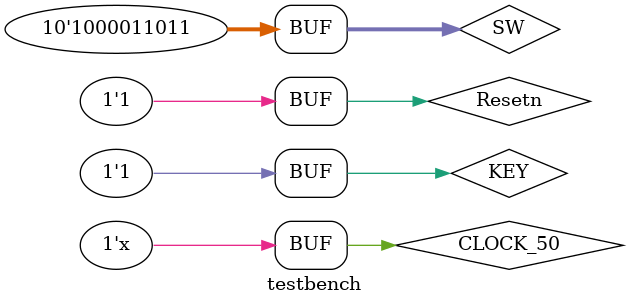
<source format=v>
`timescale 1ns / 1ps

module testbench ( );

	parameter CLOCK_PERIOD = 20;

	reg [9:0] SW;
	wire [0:0] KEY;
	wire [9:0] LEDR;
	wire [6:0] HEX0, HEX1, HEX2, HEX3, HEX4, HEX5;

	reg CLOCK_50;
	initial begin
		CLOCK_50 <= 1'b0;
	end // initial
	always @ (*)
	begin : Clock_Generator
		#((CLOCK_PERIOD) / 2) CLOCK_50 <= ~CLOCK_50;
	end
	
	reg Resetn;
	initial begin
		Resetn <= 1'b0;
		#20 Resetn <= 1'b1;
	end // initial

	initial begin
		SW <= 10'h0;
		#40 SW	<= 10'b1000000000;
		#50000 SW <= 10'b1000011011;
	//	#600 SW <= 10'b111111001111; 
	end // initial

	assign KEY[0] = Resetn;
	part3 U1 (KEY, SW, CLOCK_50, HEX5, HEX4, HEX3, HEX2, HEX1, HEX0, LEDR);

endmodule

</source>
